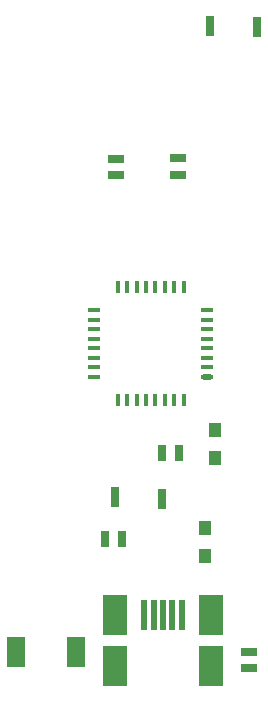
<source format=gtp>
G04*
G04 #@! TF.GenerationSoftware,Altium Limited,Altium Designer,21.0.9 (235)*
G04*
G04 Layer_Color=8421504*
%FSLAX25Y25*%
%MOIN*%
G70*
G04*
G04 #@! TF.SameCoordinates,8C7BE193-C278-4644-9D0B-105955A7BB27*
G04*
G04*
G04 #@! TF.FilePolarity,Positive*
G04*
G01*
G75*
%ADD16R,0.03150X0.06693*%
%ADD17R,0.08071X0.13780*%
%ADD18R,0.01968X0.10039*%
%ADD19O,0.04232X0.01772*%
%ADD20R,0.04232X0.01772*%
%ADD21R,0.01772X0.04232*%
%ADD22R,0.04331X0.04921*%
%ADD23R,0.02756X0.05315*%
%ADD24R,0.05315X0.02756*%
%ADD25R,0.06299X0.09843*%
D16*
X88090Y222736D02*
D03*
X72342Y223130D02*
D03*
X56496Y65650D02*
D03*
X40748Y66043D02*
D03*
D17*
X72982Y9990D02*
D03*
Y26919D02*
D03*
X40699Y9990D02*
D03*
X40699Y26919D02*
D03*
D18*
X63140D02*
D03*
X50541D02*
D03*
X53691D02*
D03*
X56841D02*
D03*
X59990D02*
D03*
D19*
X71654Y106299D02*
D03*
D20*
Y109449D02*
D03*
Y112598D02*
D03*
Y115748D02*
D03*
Y118898D02*
D03*
Y122047D02*
D03*
Y125197D02*
D03*
Y128347D02*
D03*
X33858D02*
D03*
Y125197D02*
D03*
Y122047D02*
D03*
Y118898D02*
D03*
Y115748D02*
D03*
Y112598D02*
D03*
Y109449D02*
D03*
Y106299D02*
D03*
D21*
X63779Y136221D02*
D03*
Y98425D02*
D03*
X60630Y136221D02*
D03*
Y98425D02*
D03*
X57480Y136221D02*
D03*
Y98425D02*
D03*
X54331Y136221D02*
D03*
Y98425D02*
D03*
X51181Y136221D02*
D03*
Y98425D02*
D03*
X48031Y136221D02*
D03*
Y98425D02*
D03*
X44882Y136221D02*
D03*
Y98425D02*
D03*
X41732Y136221D02*
D03*
Y98425D02*
D03*
D22*
X74213Y79331D02*
D03*
Y88583D02*
D03*
X70669Y55807D02*
D03*
Y46555D02*
D03*
D23*
X37598Y52067D02*
D03*
X43110D02*
D03*
X56595Y81004D02*
D03*
X62106D02*
D03*
D24*
X85335Y14665D02*
D03*
Y9154D02*
D03*
X41043Y173425D02*
D03*
Y178937D02*
D03*
X61713Y179035D02*
D03*
Y173524D02*
D03*
D25*
X27854Y14665D02*
D03*
X7776D02*
D03*
M02*

</source>
